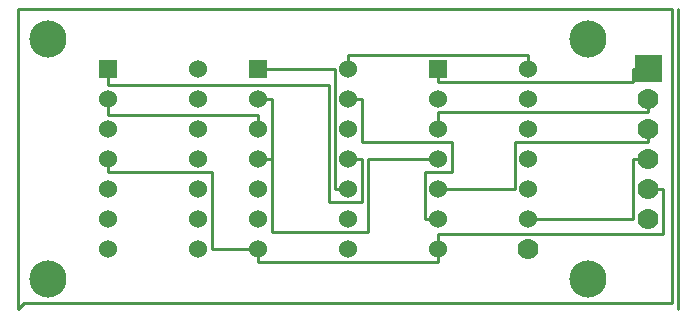
<source format=gbr>
G04 start of page 2 for group 0 idx 0 *
G04 Title: (unknown), top *
G04 Creator: pcb 20140316 *
G04 CreationDate: Sun 25 Jul 2021 09:28:08 PM GMT UTC *
G04 For: steve *
G04 Format: Gerber/RS-274X *
G04 PCB-Dimensions (mil): 2200.00 1000.00 *
G04 PCB-Coordinate-Origin: lower left *
%MOIN*%
%FSLAX25Y25*%
%LNTOP*%
%ADD18C,0.0380*%
%ADD17C,0.0280*%
%ADD16C,0.0934*%
%ADD15C,0.1240*%
%ADD14C,0.0700*%
%ADD13C,0.0600*%
%ADD12C,0.0001*%
%ADD11C,0.0100*%
G54D11*X0Y0D02*Y100000D01*
Y0D02*X2000Y2000D01*
X64500Y45500D02*X30000D01*
Y50000D02*Y45500D01*
Y80000D02*Y74500D01*
Y70000D02*Y64500D01*
X80000Y20000D02*X64500D01*
Y45500D02*Y20000D01*
X80000D02*Y15500D01*
X103500Y74500D02*X30000D01*
X80000Y64500D02*X30000D01*
X84500Y70000D02*X80000D01*
X84500Y50000D02*Y25500D01*
X103500Y74500D02*Y35500D01*
X80000Y64500D02*Y60000D01*
X84500Y70000D02*Y37750D01*
Y50000D02*X80000D01*
X220000Y100000D02*Y0D01*
X218000Y100000D02*Y2000D01*
X215000Y40000D02*Y25000D01*
Y40000D02*X210000D01*
Y60000D02*Y55500D01*
Y70000D02*Y65500D01*
X205000Y50000D02*Y30000D01*
X170000Y84500D02*X110000D01*
Y80000D01*
X105500D02*X80000D01*
X0Y100000D02*X218000D01*
X2000Y2000D02*X218000D01*
X140000Y25000D02*Y20000D01*
Y15500D02*X80000D01*
X114500Y35500D02*X103500D01*
X140000Y30000D02*X135500D01*
X116500Y25500D02*X84500D01*
X114500Y50000D02*Y35500D01*
Y50000D02*X110000D01*
X114500Y70000D02*Y55500D01*
Y70000D02*X110000D01*
X105500Y80000D02*Y40000D01*
X110000D02*X105500D01*
X135500Y45500D02*Y30000D01*
X144500Y45500D02*X135500D01*
X144500Y55500D02*X114500D01*
X140000Y50000D02*X116500D01*
Y25500D01*
X215000Y25000D02*X140000D01*
Y20000D02*Y15500D01*
X170000Y84500D02*Y80000D01*
X140000D02*Y75500D01*
X205000D02*X140000D01*
X205000Y80000D02*Y75500D01*
X210000Y80000D02*X205000D01*
Y30000D02*X170000D01*
X210000Y50000D02*X205000D01*
X210000Y55500D02*X165500D01*
X144500D02*Y45500D01*
X165500Y40000D02*X140000D01*
X165500Y55500D02*Y40000D01*
X140000Y65500D02*Y60000D01*
X210000Y65500D02*X140000D01*
G54D12*G36*
X27000Y83000D02*Y77000D01*
X33000D01*
Y83000D01*
X27000D01*
G37*
G54D13*X60000Y80000D03*
G54D12*G36*
X77000Y83000D02*Y77000D01*
X83000D01*
Y83000D01*
X77000D01*
G37*
G54D13*X110000Y80000D03*
G54D12*G36*
X137000Y83000D02*Y77000D01*
X143000D01*
Y83000D01*
X137000D01*
G37*
G54D13*X30000Y70000D03*
X60000D03*
X80000D03*
X110000D03*
X140000D03*
X30000Y60000D03*
X60000D03*
X80000D03*
X110000D03*
X140000D03*
X170000D03*
Y70000D03*
Y80000D03*
G54D12*G36*
X205500Y84500D02*Y75500D01*
X214500D01*
Y84500D01*
X205500D01*
G37*
G54D14*X210000Y70000D03*
Y60000D03*
Y50000D03*
Y40000D03*
Y30000D03*
G54D13*X140000Y40000D03*
Y30000D03*
X170000D03*
Y40000D03*
X140000Y50000D03*
Y20000D03*
G54D14*X170000D03*
G54D13*Y50000D03*
X30000D03*
Y40000D03*
Y30000D03*
Y20000D03*
X60000D03*
Y30000D03*
Y40000D03*
Y50000D03*
X80000D03*
Y40000D03*
Y30000D03*
Y20000D03*
X110000D03*
Y30000D03*
Y40000D03*
Y50000D03*
G54D15*X190000Y10000D03*
Y90000D03*
X10000D03*
Y10000D03*
G54D16*G54D17*G54D18*G54D17*M02*

</source>
